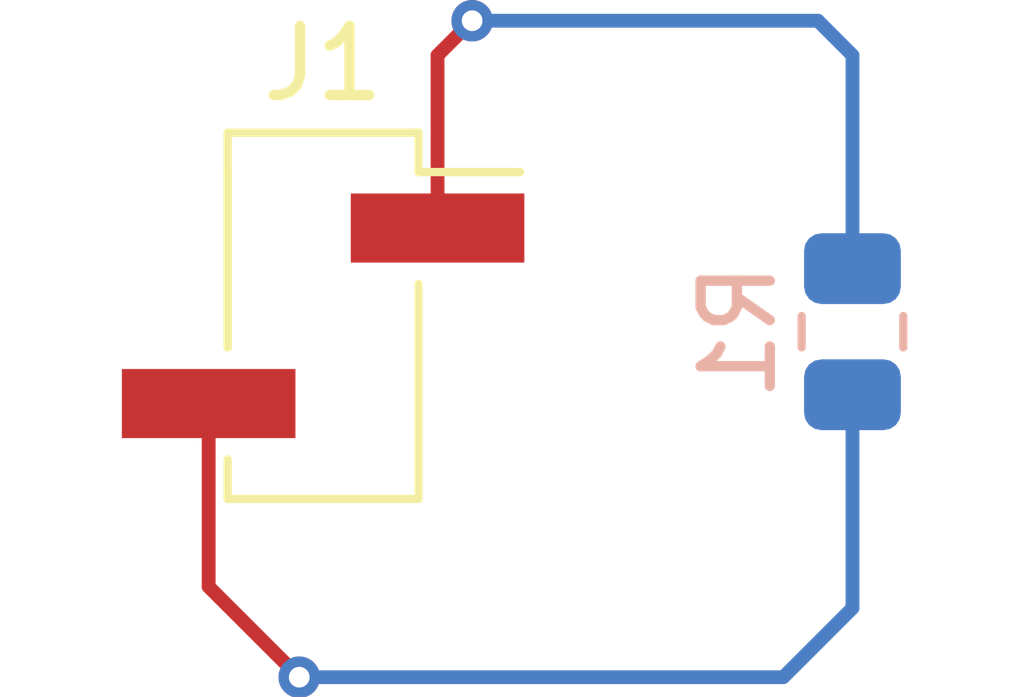
<source format=kicad_pcb>
(kicad_pcb (version 20241229) (generator "pcbnew") (generator_version "9.0")
  (layers (0 "F.Cu" signal) (2 "B.Cu" signal) (13 "F.Paste" user) (15 "B.Paste" user) (5 "F.SilkS" user "F.Silkscreen") (7 "B.SilkS" user "B.Silkscreen") (1 "F.Mask" user) (3 "B.Mask" user) (25 "Edge.Cuts" user))
  (net 0 "")
  (net 1 "Net-(J1-Pin_1)")
  (net 2 "GND")
  (footprint "Connector_PinHeader_2.54mm:PinHeader_1x02_P2.54mm_Vertical_SMD_Pin1Right" (layer "F.Cu") (at -167.655 195.77)
    (property "Reference" "J1" (at 0 -3.65 0) (layer "F.SilkS"))
    (property "Value" "Conn_01x02")
    (fp_line (start -1.38 -2.65) (end -1.38 0.46) (stroke (width 0.12)) (layer "F.SilkS"))
    (fp_line (start -1.38 -2.65) (end 1.38 -2.65) (stroke (width 0.12)) (layer "F.SilkS"))
    (fp_line (start -1.38 -2.08) (end -1.38 0.46) (stroke (width 0.12)) (layer "F.SilkS"))
    (fp_line (start -1.38 2.08) (end -1.38 2.65) (stroke (width 0.12)) (layer "F.SilkS"))
    (fp_line (start -1.38 2.65) (end 1.38 2.65) (stroke (width 0.12)) (layer "F.SilkS"))
    (fp_line (start 1.38 -2.65) (end 1.38 -2.08) (stroke (width 0.12)) (layer "F.SilkS"))
    (fp_line (start 1.38 -2.08) (end 2.85 -2.08) (stroke (width 0.12)) (layer "F.SilkS"))
    (fp_line (start 1.38 -0.46) (end 1.38 2.65) (stroke (width 0.12)) (layer "F.SilkS"))
    (pad "1" smd rect (at 1.655 -1.27) (size 2.51 1) (layers "F.Cu" "F.Mask" "F.Paste") (net 1 "Net-(J1-Pin_1)"))
    (pad "2" smd rect (at -1.655 1.27) (size 2.51 1) (layers "F.Cu" "F.Mask" "F.Paste") (net 2 "GND"))
  )
  (footprint "Resistor_SMD:R_0805_2012Metric" (layer "B.Cu") (at -160 196 -90)
    (property "Reference" "R1" (at 0 1.65 90) (layer "B.SilkS") (effects (justify mirror)))
    (property "Value" "R")
    (fp_line (start -0.227064 0.735) (end 0.227064 0.735) (stroke (width 0.12)) (layer "B.SilkS"))
    (fp_line (start -0.227064 -0.735) (end 0.227064 -0.735) (stroke (width 0.12)) (layer "B.SilkS"))
    (pad "1" smd roundrect (at -0.9125 0 270) (size 1.025 1.4) (layers "B.Cu" "B.Mask" "B.Paste") (roundrect_rratio 0.243902) (net 1 "Net-(J1-Pin_1)"))
    (pad "2" smd roundrect (at 0.9125 0 270) (size 1.025 1.4) (layers "B.Cu" "B.Mask" "B.Paste") (roundrect_rratio 0.243902) (net 2 "GND"))
  )
  (segment (start -166 192) (end -165.5 191.5) (width 0.2) (layer "F.Cu") (net 1))
  (segment (start -166 194.5) (end -166 192) (width 0.2) (layer "F.Cu") (net 1))
  (via (at -165.5 191.5) (size 0.6) (drill 0.3) (layers "F.Cu" "B.Cu") (net 1))
  (segment (start -165.5 191.5) (end -160.5 191.5) (width 0.2) (layer "B.Cu") (net 1))
  (segment (start -160 192) (end -160 195.0875) (width 0.2) (layer "B.Cu") (net 1))
  (segment (start -160.5 191.5) (end -160 192) (width 0.2) (layer "B.Cu") (net 1))
  (segment (start -169.31 199.69) (end -169.31 197.04) (width 0.2) (layer "F.Cu") (net 2))
  (segment (start -168 201) (end -169.31 199.69) (width 0.2) (layer "F.Cu") (net 2))
  (via (at -168 201) (size 0.6) (drill 0.3) (layers "F.Cu" "B.Cu") (net 2))
  (segment (start -161 201) (end -168 201) (width 0.2) (layer "B.Cu") (net 2))
  (segment (start -160 200) (end -161 201) (width 0.2) (layer "B.Cu") (net 2))
  (segment (start -160 196.9125) (end -160 200) (width 0.2) (layer "B.Cu") (net 2))
)
</source>
